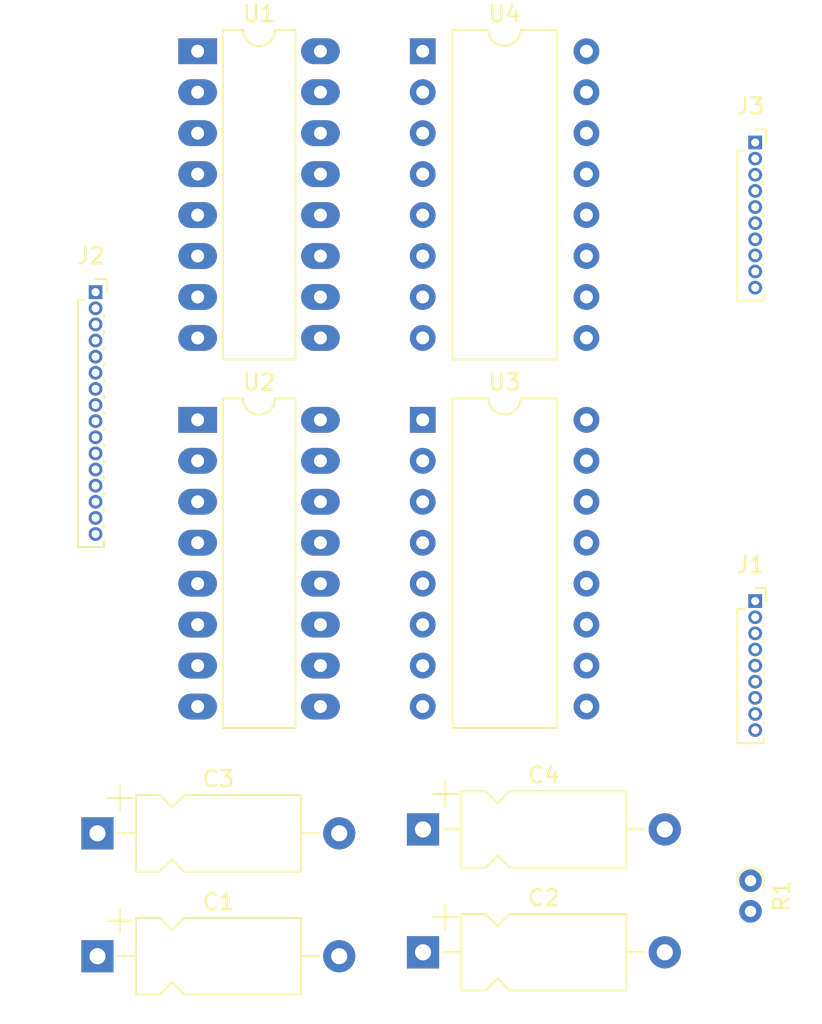
<source format=kicad_pcb>
(kicad_pcb (version 20211014) (generator pcbnew)
  (layers (0 "F.Cu" signal) (31 "B.Cu" signal) (34 "B.Paste" user) (35 "F.Paste" user) (36 "B.SilkS" user "B.Silkscreen") (37 "F.SilkS" user "F.Silkscreen") (38 "B.Mask" user) (39 "F.Mask" user) (44 "Edge.Cuts" user))
  (net 0 "")
  (net 1 "VCC")
  (net 2 "GND")
  (net 3 "Net-(J1-Pad2)")
  (net 4 "Net-(J1-Pad3)")
  (net 5 "Net-(J1-Pad4)")
  (net 6 "Net-(J1-Pad5)")
  (net 7 "Net-(J1-Pad6)")
  (net 8 "Net-(J1-Pad7)")
  (net 9 "Net-(J1-Pad8)")
  (net 10 "Net-(J1-Pad9)")
  (net 11 "Net-(J2-Pad1)")
  (net 12 "Net-(J2-Pad2)")
  (net 13 "Net-(J2-Pad3)")
  (net 14 "Net-(J2-Pad4)")
  (net 15 "Net-(J2-Pad5)")
  (net 16 "Net-(J2-Pad6)")
  (net 17 "Net-(J2-Pad7)")
  (net 18 "Net-(J2-Pad8)")
  (net 19 "Net-(J2-Pad9)")
  (net 20 "Net-(J2-Pad10)")
  (net 21 "Net-(J2-Pad11)")
  (net 22 "Net-(J2-Pad12)")
  (net 23 "Net-(J2-Pad13)")
  (net 24 "Net-(J2-Pad14)")
  (net 25 "Net-(J2-Pad15)")
  (net 26 "Net-(J2-Pad16)")
  (net 27 "Net-(J3-Pad1)")
  (net 28 "Net-(J3-Pad2)")
  (net 29 "Net-(J3-Pad3)")
  (net 30 "Net-(J3-Pad4)")
  (net 31 "Net-(J3-Pad5)")
  (net 32 "Net-(J3-Pad6)")
  (net 33 "Net-(J3-Pad7)")
  (net 34 "Net-(J3-Pad8)")
  (net 35 "Net-(J3-Pad9)")
  (net 36 "Net-(J3-Pad10)")
  (net 37 "Net-(U1-Pad9)")
  (footprint "Capacitor_THT:CP_Axial_L10.0mm_D4.5mm_P15.00mm_Horizontal" (layer "F.Cu") (at 119.38 104.14)
    (fp_text reference "C2" (at 7.5 -3.37) (layer "F.SilkS"))
    (fp_text value "0.1uF")
    (fp_line (start 5.38 -2.37) (end 12.62 -2.37) (layer "F.SilkS") (width 0.12))
    (fp_line (start 3.88 2.37) (end 4.63 1.62) (layer "F.SilkS") (width 0.12))
    (fp_line (start 12.62 -2.37) (end 12.62 2.37) (layer "F.SilkS") (width 0.12))
    (fp_line (start 2.38 -2.37) (end 2.38 2.37) (layer "F.SilkS") (width 0.12))
    (fp_line (start 5.38 2.37) (end 12.62 2.37) (layer "F.SilkS") (width 0.12))
    (fp_line (start 1.24 0) (end 2.38 0) (layer "F.SilkS") (width 0.12))
    (fp_line (start 4.63 -1.62) (end 5.38 -2.37) (layer "F.SilkS") (width 0.12))
    (fp_line (start 2.38 2.37) (end 3.88 2.37) (layer "F.SilkS") (width 0.12))
    (fp_line (start 2.38 -2.37) (end 3.88 -2.37) (layer "F.SilkS") (width 0.12))
    (fp_line (start 1.38 -2.95) (end 1.38 -1.45) (layer "F.SilkS") (width 0.12))
    (fp_line (start 4.63 1.62) (end 5.38 2.37) (layer "F.SilkS") (width 0.12))
    (fp_line (start 0.63 -2.2) (end 2.13 -2.2) (layer "F.SilkS") (width 0.12))
    (fp_line (start 13.76 0) (end 12.62 0) (layer "F.SilkS") (width 0.12))
    (fp_line (start 3.88 -2.37) (end 4.63 -1.62) (layer "F.SilkS") (width 0.12))
    (pad "1" thru_hole rect (at 0 0) (size 2 2) (drill 1) (layers *.Cu *.Mask) (net 1 "VCC"))
    (pad "2" thru_hole oval (at 15 0) (size 2 2) (drill 1) (layers *.Cu *.Mask) (net 2 "GND"))
  )
  (footprint "Package_DIP:DIP-16_W10.16mm" (layer "F.Cu") (at 119.36 71.12)
    (fp_text reference "U3" (at 5.08 -2.33) (layer "F.SilkS"))
    (fp_text value "4051")
    (fp_line (start 8.315 -1.33) (end 6.08 -1.33) (layer "F.SilkS") (width 0.12))
    (fp_line (start 4.08 -1.33) (end 1.845 -1.33) (layer "F.SilkS") (width 0.12))
    (fp_line (start 1.845 -1.33) (end 1.845 19.11) (layer "F.SilkS") (width 0.12))
    (fp_line (start 1.845 19.11) (end 8.315 19.11) (layer "F.SilkS") (width 0.12))
    (fp_line (start 8.315 19.11) (end 8.315 -1.33) (layer "F.SilkS") (width 0.12))
    (fp_arc (start 6.08 -1.33) (mid 5.08 -0.33) (end 4.08 -1.33) (layer "F.SilkS") (width 0.12))
    (pad "1" thru_hole rect (at 0 0) (size 1.6 1.6) (drill 0.8) (layers *.Cu *.Mask) (net 31 "Net-(J3-Pad5)"))
    (pad "2" thru_hole oval (at 0 2.54) (size 1.6 1.6) (drill 0.8) (layers *.Cu *.Mask) (net 33 "Net-(J3-Pad7)"))
    (pad "3" thru_hole oval (at 0 5.08) (size 1.6 1.6) (drill 0.8) (layers *.Cu *.Mask) (net 3 "Net-(J1-Pad2)"))
    (pad "4" thru_hole oval (at 0 7.62) (size 1.6 1.6) (drill 0.8) (layers *.Cu *.Mask) (net 34 "Net-(J3-Pad8)"))
    (pad "5" thru_hole oval (at 0 10.16) (size 1.6 1.6) (drill 0.8) (layers *.Cu *.Mask) (net 32 "Net-(J3-Pad6)"))
    (pad "6" thru_hole oval (at 0 12.7) (size 1.6 1.6) (drill 0.8) (layers *.Cu *.Mask) (net 9 "Net-(J1-Pad8)"))
    (pad "7" thru_hole oval (at 0 15.24) (size 1.6 1.6) (drill 0.8) (layers *.Cu *.Mask) (net 2 "GND"))
    (pad "8" thru_hole oval (at 0 17.78) (size 1.6 1.6) (drill 0.8) (layers *.Cu *.Mask) (net 2 "GND"))
    (pad "9" thru_hole oval (at 10.16 17.78) (size 1.6 1.6) (drill 0.8) (layers *.Cu *.Mask) (net 8 "Net-(J1-Pad7)"))
    (pad "10" thru_hole oval (at 10.16 15.24) (size 1.6 1.6) (drill 0.8) (layers *.Cu *.Mask) (net 7 "Net-(J1-Pad6)"))
    (pad "11" thru_hole oval (at 10.16 12.7) (size 1.6 1.6) (drill 0.8) (layers *.Cu *.Mask) (net 6 "Net-(J1-Pad5)"))
    (pad "12" thru_hole oval (at 10.16 10.16) (size 1.6 1.6) (drill 0.8) (layers *.Cu *.Mask) (net 30 "Net-(J3-Pad4)"))
    (pad "13" thru_hole oval (at 10.16 7.62) (size 1.6 1.6) (drill 0.8) (layers *.Cu *.Mask) (net 27 "Net-(J3-Pad1)"))
    (pad "14" thru_hole oval (at 10.16 5.08) (size 1.6 1.6) (drill 0.8) (layers *.Cu *.Mask) (net 28 "Net-(J3-Pad2)"))
    (pad "15" thru_hole oval (at 10.16 2.54) (size 1.6 1.6) (drill 0.8) (layers *.Cu *.Mask) (net 29 "Net-(J3-Pad3)"))
    (pad "16" thru_hole oval (at 10.16 0) (size 1.6 1.6) (drill 0.8) (layers *.Cu *.Mask) (net 1 "VCC"))
  )
  (footprint "Connector_PinSocket_1.00mm:PinSocket_1x16_P1.00mm_Vertical" (layer "F.Cu") (at 99.06 63.2)
    (fp_text reference "J2" (at -0.29 -2.25) (layer "F.SilkS"))
    (fp_text value "DRIVE_COLS")
    (fp_line (start 0.52 12.445898) (end 0.52 12.554102) (layer "F.SilkS") (width 0.12))
    (fp_line (start 0.52 14.445898) (end 0.52 14.554102) (layer "F.SilkS") (width 0.12))
    (fp_line (start 0.52 2.445898) (end 0.52 2.554102) (layer "F.SilkS") (width 0.12))
    (fp_line (start 0.52 13.445898) (end 0.52 13.554102) (layer "F.SilkS") (width 0.12))
    (fp_line (start 0.52 8.445898) (end 0.52 8.554102) (layer "F.SilkS") (width 0.12))
    (fp_line (start 0.52 6.445898) (end 0.52 6.554102) (layer "F.SilkS") (width 0.12))
    (fp_line (start 0.52 9.445898) (end 0.52 9.554102) (layer "F.SilkS") (width 0.12))
    (fp_line (start 0.52 7.445898) (end 0.52 7.554102) (layer "F.SilkS") (width 0.12))
    (fp_line (start 0.52 1.445898) (end 0.52 1.554102) (layer "F.SilkS") (width 0.12))
    (fp_line (start 0.685 -0.81) (end 0.685 0) (layer "F.SilkS") (width 0.12))
    (fp_line (start -1.1 15.81) (end 0.52 15.81) (layer "F.SilkS") (width 0.12))
    (fp_line (start -1.1 0.5) (end -0.685 0.5) (layer "F.SilkS") (width 0.12))
    (fp_line (start 0.52 4.445898) (end 0.52 4.554102) (layer "F.SilkS") (width 0.12))
    (fp_line (start 0.52 15.445898) (end 0.52 15.81) (layer "F.SilkS") (width 0.12))
    (fp_line (start 0.52 3.445898) (end 0.52 3.554102) (layer "F.SilkS") (width 0.12))
    (fp_line (start -1.1 0.5) (end -1.1 15.81) (layer "F.SilkS") (width 0.12))
    (fp_line (start 0.52 11.445898) (end 0.52 11.554102) (layer "F.SilkS") (width 0.12))
    (fp_line (start 0.52 5.445898) (end 0.52 5.554102) (layer "F.SilkS") (width 0.12))
    (fp_line (start 0.52 10.445898) (end 0.52 10.554102) (layer "F.SilkS") (width 0.12))
    (fp_line (start 0 -0.81) (end 0.685 -0.81) (layer "F.SilkS") (width 0.12))
    (pad "1" thru_hole rect (at 0 0) (size 0.85 0.85) (drill 0.5) (layers *.Cu *.Mask) (net 11 "Net-(J2-Pad1)"))
    (pad "2" thru_hole oval (at 0 1) (size 0.85 0.85) (drill 0.5) (layers *.Cu *.Mask) (net 12 "Net-(J2-Pad2)"))
    (pad "3" thru_hole oval (at 0 2) (size 0.85 0.85) (drill 0.5) (layers *.Cu *.Mask) (net 13 "Net-(J2-Pad3)"))
    (pad "4" thru_hole oval (at 0 3) (size 0.85 0.85) (drill 0.5) (layers *.Cu *.Mask) (net 14 "Net-(J2-Pad4)"))
    (pad "5" thru_hole oval (at 0 4) (size 0.85 0.85) (drill 0.5) (layers *.Cu *.Mask) (net 15 "Net-(J2-Pad5)"))
    (pad "6" thru_hole oval (at 0 5) (size 0.85 0.85) (drill 0.5) (layers *.Cu *.Mask) (net 16 "Net-(J2-Pad6)"))
    (pad "7" thru_hole oval (at 0 6) (size 0.85 0.85) (drill 0.5) (layers *.Cu *.Mask) (net 17 "Net-(J2-Pad7)"))
    (pad "8" thru_hole oval (at 0 7) (size 0.85 0.85) (drill 0.5) (layers *.Cu *.Mask) (net 18 "Net-(J2-Pad8)"))
    (pad "9" thru_hole oval (at 0 8) (size 0.85 0.85) (drill 0.5) (layers *.Cu *.Mask) (net 19 "Net-(J2-Pad9)"))
    (pad "10" thru_hole oval (at 0 9) (size 0.85 0.85) (drill 0.5) (layers *.Cu *.Mask) (net 20 "Net-(J2-Pad10)"))
    (pad "11" thru_hole oval (at 0 10) (size 0.85 0.85) (drill 0.5) (layers *.Cu *.Mask) (net 21 "Net-(J2-Pad11)"))
    (pad "12" thru_hole oval (at 0 11) (size 0.85 0.85) (drill 0.5) (layers *.Cu *.Mask) (net 22 "Net-(J2-Pad12)"))
    (pad "13" thru_hole oval (at 0 12) (size 0.85 0.85) (drill 0.5) (layers *.Cu *.Mask) (net 23 "Net-(J2-Pad13)"))
    (pad "14" thru_hole oval (at 0 13) (size 0.85 0.85) (drill 0.5) (layers *.Cu *.Mask) (net 24 "Net-(J2-Pad14)"))
    (pad "15" thru_hole oval (at 0 14) (size 0.85 0.85) (drill 0.5) (layers *.Cu *.Mask) (net 25 "Net-(J2-Pad15)"))
    (pad "16" thru_hole oval (at 0 15) (size 0.85 0.85) (drill 0.5) (layers *.Cu *.Mask) (net 26 "Net-(J2-Pad16)"))
  )
  (footprint "Package_DIP:DIP-16_W7.62mm_LongPads" (layer "F.Cu") (at 105.395 71.12)
    (fp_text reference "U2" (at 3.81 -2.33) (layer "F.SilkS"))
    (fp_text value "74HCT595")
    (fp_line (start 2.81 -1.33) (end 1.56 -1.33) (layer "F.SilkS") (width 0.12))
    (fp_line (start 1.56 19.11) (end 6.06 19.11) (layer "F.SilkS") (width 0.12))
    (fp_line (start 6.06 -1.33) (end 4.81 -1.33) (layer "F.SilkS") (width 0.12))
    (fp_line (start 6.06 19.11) (end 6.06 -1.33) (layer "F.SilkS") (width 0.12))
    (fp_line (start 1.56 -1.33) (end 1.56 19.11) (layer "F.SilkS") (width 0.12))
    (fp_arc (start 4.81 -1.33) (mid 3.81 -0.33) (end 2.81 -1.33) (layer "F.SilkS") (width 0.12))
    (pad "1" thru_hole rect (at 0 0) (size 2.4 1.6) (drill 0.8) (layers *.Cu *.Mask) (net 20 "Net-(J2-Pad10)"))
    (pad "2" thru_hole oval (at 0 2.54) (size 2.4 1.6) (drill 0.8) (layers *.Cu *.Mask) (net 21 "Net-(J2-Pad11)"))
    (pad "3" thru_hole oval (at 0 5.08) (size 2.4 1.6) (drill 0.8) (layers *.Cu *.Mask) (net 22 "Net-(J2-Pad12)"))
    (pad "4" thru_hole oval (at 0 7.62) (size 2.4 1.6) (drill 0.8) (layers *.Cu *.Mask) (net 23 "Net-(J2-Pad13)"))
    (pad "5" thru_hole oval (at 0 10.16) (size 2.4 1.6) (drill 0.8) (layers *.Cu *.Mask) (net 24 "Net-(J2-Pad14)"))
    (pad "6" thru_hole oval (at 0 12.7) (size 2.4 1.6) (drill 0.8) (layers *.Cu *.Mask) (net 25 "Net-(J2-Pad15)"))
    (pad "7" thru_hole oval (at 0 15.24) (size 2.4 1.6) (drill 0.8) (layers *.Cu *.Mask) (net 26 "Net-(J2-Pad16)"))
    (pad "8" thru_hole oval (at 0 17.78) (size 2.4 1.6) (drill 0.8) (layers *.Cu *.Mask) (net 2 "GND"))
    (pad "9" thru_hole oval (at 7.62 17.78) (size 2.4 1.6) (drill 0.8) (layers *.Cu *.Mask))
    (pad "10" thru_hole oval (at 7.62 15.24) (size 2.4 1.6) (drill 0.8) (layers *.Cu *.Mask) (net 1 "VCC"))
    (pad "11" thru_hole oval (at 7.62 12.7) (size 2.4 1.6) (drill 0.8) (layers *.Cu *.Mask) (net 5 "Net-(J1-Pad4)"))
    (pad "12" thru_hole oval (at 7.62 10.16) (size 2.4 1.6) (drill 0.8) (layers *.Cu *.Mask) (net 5 "Net-(J1-Pad4)"))
    (pad "13" thru_hole oval (at 7.62 7.62) (size 2.4 1.6) (drill 0.8) (layers *.Cu *.Mask) (net 2 "GND"))
    (pad "14" thru_hole oval (at 7.62 5.08) (size 2.4 1.6) (drill 0.8) (layers *.Cu *.Mask) (net 37 "Net-(U1-Pad9)"))
    (pad "15" thru_hole oval (at 7.62 2.54) (size 2.4 1.6) (drill 0.8) (layers *.Cu *.Mask) (net 19 "Net-(J2-Pad9)"))
    (pad "16" thru_hole oval (at 7.62 0) (size 2.4 1.6) (drill 0.8) (layers *.Cu *.Mask) (net 1 "VCC"))
  )
  (footprint "Capacitor_THT:CP_Axial_L10.0mm_D4.5mm_P15.00mm_Horizontal" (layer "F.Cu") (at 99.18 104.3825)
    (fp_text reference "C1" (at 7.5 -3.37) (layer "F.SilkS"))
    (fp_text value "0.1uF")
    (fp_line (start 2.38 -2.37) (end 3.88 -2.37) (layer "F.SilkS") (width 0.12))
    (fp_line (start 4.63 1.62) (end 5.38 2.37) (layer "F.SilkS") (width 0.12))
    (fp_line (start 1.38 -2.95) (end 1.38 -1.45) (layer "F.SilkS") (width 0.12))
    (fp_line (start 3.88 2.37) (end 4.63 1.62) (layer "F.SilkS") (width 0.12))
    (fp_line (start 13.76 0) (end 12.62 0) (layer "F.SilkS") (width 0.12))
    (fp_line (start 1.24 0) (end 2.38 0) (layer "F.SilkS") (width 0.12))
    (fp_line (start 3.88 -2.37) (end 4.63 -1.62) (layer "F.SilkS") (width 0.12))
    (fp_line (start 2.38 -2.37) (end 2.38 2.37) (layer "F.SilkS") (width 0.12))
    (fp_line (start 5.38 2.37) (end 12.62 2.37) (layer "F.SilkS") (width 0.12))
    (fp_line (start 2.38 2.37) (end 3.88 2.37) (layer "F.SilkS") (width 0.12))
    (fp_line (start 4.63 -1.62) (end 5.38 -2.37) (layer "F.SilkS") (width 0.12))
    (fp_line (start 5.38 -2.37) (end 12.62 -2.37) (layer "F.SilkS") (width 0.12))
    (fp_line (start 12.62 -2.37) (end 12.62 2.37) (layer "F.SilkS") (width 0.12))
    (fp_line (start 0.63 -2.2) (end 2.13 -2.2) (layer "F.SilkS") (width 0.12))
    (pad "1" thru_hole rect (at 0 0) (size 2 2) (drill 1) (layers *.Cu *.Mask) (net 1 "VCC"))
    (pad "2" thru_hole oval (at 15 0) (size 2 2) (drill 1) (layers *.Cu *.Mask) (net 2 "GND"))
  )
  (footprint "Capacitor_THT:CP_Axial_L10.0mm_D4.5mm_P15.00mm_Horizontal" (layer "F.Cu") (at 119.38 96.52)
    (fp_text reference "C4" (at 7.5 -3.37) (layer "F.SilkS"))
    (fp_text value "0.1uF")
    (fp_line (start 4.63 1.62) (end 5.38 2.37) (layer "F.SilkS") (width 0.12))
    (fp_line (start 4.63 -1.62) (end 5.38 -2.37) (layer "F.SilkS") (width 0.12))
    (fp_line (start 3.88 2.37) (end 4.63 1.62) (layer "F.SilkS") (width 0.12))
    (fp_line (start 1.24 0) (end 2.38 0) (layer "F.SilkS") (width 0.12))
    (fp_line (start 5.38 2.37) (end 12.62 2.37) (layer "F.SilkS") (width 0.12))
    (fp_line (start 2.38 2.37) (end 3.88 2.37) (layer "F.SilkS") (width 0.12))
    (fp_line (start 2.38 -2.37) (end 3.88 -2.37) (layer "F.SilkS") (width 0.12))
    (fp_line (start 3.88 -2.37) (end 4.63 -1.62) (layer "F.SilkS") (width 0.12))
    (fp_line (start 2.38 -2.37) (end 2.38 2.37) (layer "F.SilkS") (width 0.12))
    (fp_line (start 0.63 -2.2) (end 2.13 -2.2) (layer "F.SilkS") (width 0.12))
    (fp_line (start 12.62 -2.37) (end 12.62 2.37) (layer "F.SilkS") (width 0.12))
    (fp_line (start 1.38 -2.95) (end 1.38 -1.45) (layer "F.SilkS") (width 0.12))
    (fp_line (start 5.38 -2.37) (end 12.62 -2.37) (layer "F.SilkS") (width 0.12))
    (fp_line (start 13.76 0) (end 12.62 0) (layer "F.SilkS") (width 0.12))
    (pad "1" thru_hole rect (at 0 0) (size 2 2) (drill 1) (layers *.Cu *.Mask) (net 1 "VCC"))
    (pad "2" thru_hole oval (at 15 0) (size 2 2) (drill 1) (layers *.Cu *.Mask) (net 2 "GND"))
  )
  (footprint "Package_DIP:DIP-16_W7.62mm_LongPads" (layer "F.Cu") (at 105.395 48.26)
    (fp_text reference "U1" (at 3.81 -2.33) (layer "F.SilkS"))
    (fp_text value "74HCT595")
    (fp_line (start 6.06 -1.33) (end 4.81 -1.33) (layer "F.SilkS") (width 0.12))
    (fp_line (start 2.81 -1.33) (end 1.56 -1.33) (layer "F.SilkS") (width 0.12))
    (fp_line (start 6.06 19.11) (end 6.06 -1.33) (layer "F.SilkS") (width 0.12))
    (fp_line (start 1.56 -1.33) (end 1.56 19.11) (layer "F.SilkS") (width 0.12))
    (fp_line (start 1.56 19.11) (end 6.06 19.11) (layer "F.SilkS") (width 0.12))
    (fp_arc (start 4.81 -1.33) (mid 3.81 -0.33) (end 2.81 -1.33) (layer "F.SilkS") (width 0.12))
    (pad "1" thru_hole rect (at 0 0) (size 2.4 1.6) (drill 0.8) (layers *.Cu *.Mask) (net 17 "Net-(J2-Pad7)"))
    (pad "2" thru_hole oval (at 0 2.54) (size 2.4 1.6) (drill 0.8) (layers *.Cu *.Mask) (net 16 "Net-(J2-Pad6)"))
    (pad "3" thru_hole oval (at 0 5.08) (size 2.4 1.6) (drill 0.8) (layers *.Cu *.Mask) (net 15 "Net-(J2-Pad5)"))
    (pad "4" thru_hole oval (at 0 7.62) (size 2.4 1.6) (drill 0.8) (layers *.Cu *.Mask) (net 14 "Net-(J2-Pad4)"))
    (pad "5" thru_hole oval (at 0 10.16) (size 2.4 1.6) (drill 0.8) (layers *.Cu *.Mask) (net 13 "Net-(J2-Pad3)"))
    (pad "6" thru_hole oval (at 0 12.7) (size 2.4 1.6) (drill 0.8) (layers *.Cu *.Mask) (net 12 "Net-(J2-Pad2)"))
    (pad "7" thru_hole oval (at 0 15.24) (size 2.4 1.6) (drill 0.8) (layers *.Cu *.Mask) (net 11 "Net-(J2-Pad1)"))
    (pad "8" thru_hole oval (at 0 17.78) (size 2.4 1.6) (drill 0.8) (layers *.Cu *.Mask) (net 2 "GND"))
    (pad "9" thru_hole oval (at 7.62 17.78) (size 2.4 1.6) (drill 0.8) (layers *.Cu *.Mask) (net 37 "Net-(U1-Pad9)"))
    (pad "10" thru_hole oval (at 7.62 15.24) (size 2.4 1.6) (drill 0.8) (layers *.Cu *.Mask) (net 1 "VCC"))
    (pad "11" thru_hole oval (at 7.62 12.7) (size 2.4 1.6) (drill 0.8) (layers *.Cu *.Mask) (net 5 "Net-(J1-Pad4)"))
    (pad "12" thru_hole oval (at 7.62 10.16) (size 2.4 1.6) (drill 0.8) (layers *.Cu *.Mask) (net 5 "Net-(J1-Pad4)"))
    (pad "13" thru_hole oval (at 7.62 7.62) (size 2.4 1.6) (drill 0.8) (layers *.Cu *.Mask) (net 2 "GND"))
    (pad "14" thru_hole oval (at 7.62 5.08) (size 2.4 1.6) (drill 0.8) (layers *.Cu *.Mask) (net 4 "Net-(J1-Pad3)"))
    (pad "15" thru_hole oval (at 7.62 2.54) (size 2.4 1.6) (drill 0.8) (layers *.Cu *.Mask) (net 18 "Net-(J2-Pad8)"))
    (pad "16" thru_hole oval (at 7.62 0) (size 2.4 1.6) (drill 0.8) (layers *.Cu *.Mask) (net 1 "VCC"))
  )
  (footprint "Capacitor_THT:CP_Axial_L10.0mm_D4.5mm_P15.00mm_Horizontal" (layer "F.Cu") (at 99.18 96.7625)
    (fp_text reference "C3" (at 7.5 -3.37) (layer "F.SilkS"))
    (fp_text value "0.1uF")
    (fp_line (start 2.38 2.37) (end 3.88 2.37) (layer "F.SilkS") (width 0.12))
    (fp_line (start 5.38 2.37) (end 12.62 2.37) (layer "F.SilkS") (width 0.12))
    (fp_line (start 3.88 -2.37) (end 4.63 -1.62) (layer "F.SilkS") (width 0.12))
    (fp_line (start 2.38 -2.37) (end 3.88 -2.37) (layer "F.SilkS") (width 0.12))
    (fp_line (start 2.38 -2.37) (end 2.38 2.37) (layer "F.SilkS") (width 0.12))
    (fp_line (start 5.38 -2.37) (end 12.62 -2.37) (layer "F.SilkS") (width 0.12))
    (fp_line (start 13.76 0) (end 12.62 0) (layer "F.SilkS") (width 0.12))
    (fp_line (start 12.62 -2.37) (end 12.62 2.37) (layer "F.SilkS") (width 0.12))
    (fp_line (start 4.63 -1.62) (end 5.38 -2.37) (layer "F.SilkS") (width 0.12))
    (fp_line (start 1.24 0) (end 2.38 0) (layer "F.SilkS") (width 0.12))
    (fp_line (start 3.88 2.37) (end 4.63 1.62) (layer "F.SilkS") (width 0.12))
    (fp_line (start 0.63 -2.2) (end 2.13 -2.2) (layer "F.SilkS") (width 0.12))
    (fp_line (start 1.38 -2.95) (end 1.38 -1.45) (layer "F.SilkS") (width 0.12))
    (fp_line (start 4.63 1.62) (end 5.38 2.37) (layer "F.SilkS") (width 0.12))
    (pad "1" thru_hole rect (at 0 0) (size 2 2) (drill 1) (layers *.Cu *.Mask) (net 1 "VCC"))
    (pad "2" thru_hole oval (at 15 0) (size 2 2) (drill 1) (layers *.Cu *.Mask) (net 2 "GND"))
  )
  (footprint "Connector_PinSocket_1.00mm:PinSocket_1x10_P1.00mm_Vertical" (layer "F.Cu") (at 139.99 53.92)
    (fp_text reference "J3" (at -0.29 -2.25) (layer "F.SilkS"))
    (fp_text value "READ_ROWS")
    (fp_line (start -1.1 0.5) (end -0.685 0.5) (layer "F.SilkS") (width 0.12))
    (fp_line (start 0 -0.81) (end 0.685 -0.81) (layer "F.SilkS") (width 0.12))
    (fp_line (start 0.52 4.445898) (end 0.52 4.554102) (layer "F.SilkS") (width 0.12))
    (fp_line (start 0.52 2.445898) (end 0.52 2.554102) (layer "F.SilkS") (width 0.12))
    (fp_line (start 0.52 3.445898) (end 0.52 3.554102) (layer "F.SilkS") (width 0.12))
    (fp_line (start 0.52 1.445898) (end 0.52 1.554102) (layer "F.SilkS") (width 0.12))
    (fp_line (start 0.52 8.445898) (end 0.52 8.554102) (layer "F.SilkS") (width 0.12))
    (fp_line (start 0.52 7.445898) (end 0.52 7.554102) (layer "F.SilkS") (width 0.12))
    (fp_line (start 0.685 -0.81) (end 0.685 0) (layer "F.SilkS") (width 0.12))
    (fp_line (start -1.1 9.81) (end 0.52 9.81) (layer "F.SilkS") (width 0.12))
    (fp_line (start -1.1 0.5) (end -1.1 9.81) (layer "F.SilkS") (width 0.12))
    (fp_line (start 0.52 5.445898) (end 0.52 5.554102) (layer "F.SilkS") (width 0.12))
    (fp_line (start 0.52 9.445898) (end 0.52 9.81) (layer "F.SilkS") (width 0.12))
    (fp_line (start 0.52 6.445898) (end 0.52 6.554102) (layer "F.SilkS") (width 0.12))
    (pad "1" thru_hole rect (at 0 0) (size 0.85 0.85) (drill 0.5) (layers *.Cu *.Mask) (net 27 "Net-(J3-Pad1)"))
    (pad "2" thru_hole oval (at 0 1) (size 0.85 0.85) (drill 0.5) (layers *.Cu *.Mask) (net 28 "Net-(J3-Pad2)"))
    (pad "3" thru_hole oval (at 0 2) (size 0.85 0.85) (drill 0.5) (layers *.Cu *.Mask) (net 29 "Net-(J3-Pad3)"))
    (pad "4" thru_hole oval (at 0 3) (size 0.85 0.85) (drill 0.5) (layers *.Cu *.Mask) (net 30 "Net-(J3-Pad4)"))
    (pad "5" thru_hole oval (at 0 4) (size 0.85 0.85) (drill 0.5) (layers *.Cu *.Mask) (net 31 "Net-(J3-Pad5)"))
    (pad "6" thru_hole oval (at 0 5) (size 0.85 0.85) (drill 0.5) (layers *.Cu *.Mask) (net 32 "Net-(J3-Pad6)"))
    (pad "7" thru_hole oval (at 0 6) (size 0.85 0.85) (drill 0.5) (layers *.Cu *.Mask) (net 33 "Net-(J3-Pad7)"))
    (pad "8" thru_hole oval (at 0 7) (size 0.85 0.85) (drill 0.5) (layers *.Cu *.Mask) (net 34 "Net-(J3-Pad8)"))
    (pad "9" thru_hole oval (at 0 8) (size 0.85 0.85) (drill 0.5) (layers *.Cu *.Mask) (net 35 "Net-(J3-Pad9)"))
    (pad "10" thru_hole oval (at 0 9) (size 0.85 0.85) (drill 0.5) (layers *.Cu *.Mask) (net 36 "Net-(J3-Pad10)"))
  )
  (footprint "Package_DIP:DIP-16_W10.16mm" (layer "F.Cu") (at 119.36 48.26)
    (fp_text reference "U4" (at 5.08 -2.33) (layer "F.SilkS"))
    (fp_text value "4051")
    (fp_line (start 1.845 19.11) (end 8.315 19.11) (layer "F.SilkS") (width 0.12))
    (fp_line (start 8.315 -1.33) (end 6.08 -1.33) (layer "F.SilkS") (width 0.12))
    (fp_line (start 4.08 -1.33) (end 1.845 -1.33) (layer "F.SilkS") (width 0.12))
    (fp_line (start 8.315 19.11) (end 8.315 -1.33) (layer "F.SilkS") (width 0.12))
    (fp_line (start 1.845 -1.33) (end 1.845 19.11) (layer "F.SilkS") (width 0.12))
    (fp_arc (start 6.08 -1.33) (mid 5.08 -0.33) (end 4.08 -1.33) (layer "F.SilkS") (width 0.12))
    (pad "1" thru_hole rect (at 0 0) (size 1.6 1.6) (drill 0.8) (layers *.Cu *.Mask))
    (pad "2" thru_hole oval (at 0 2.54) (size 1.6 1.6) (drill 0.8) (layers *.Cu *.Mask))
    (pad "3" thru_hole oval (at 0 5.08) (size 1.6 1.6) (drill 0.8) (layers *.Cu *.Mask) (net 3 "Net-(J1-Pad2)"))
    (pad "4" thru_hole oval (at 0 7.62) (size 1.6 1.6) (drill 0.8) (layers *.Cu *.Mask))
    (pad "5" thru_hole oval (at 0 10.16) (size 1.6 1.6) (drill 0.8) (layers *.Cu *.Mask))
    (pad "6" thru_hole oval (at 0 12.7) (size 1.6 1.6) (drill 0.8) (layers *.Cu *.Mask) (net 10 "Net-(J1-Pad9)"))
    (pad "7" thru_hole oval (at 0 15.24) (size 1.6 1.6) (drill 0.8) (layers *.Cu *.Mask) (net 2 "GND"))
    (pad "8" thru_hole oval (at 0 17.78) (size 1.6 1.6) (drill 0.8) (layers *.Cu *.Mask) (net 2 "GND"))
    (pad "9" thru_hole oval (at 10.16 17.78) (size 1.6 1.6) (drill 0.8) (layers *.Cu *.Mask) (net 8 "Net-(J1-Pad7)"))
    (pad "10" thru_hole oval (at 10.16 15.24) (size 1.6 1.6) (drill 0.8) (layers *.Cu *.Mask) (net 7 "Net-(J1-Pad6)"))
    (pad "11" thru_hole oval (at 10.16 12.7) (size 1.6 1.6) (drill 0.8) (layers *.Cu *.Mask) (net 6 "Net-(J1-Pad5)"))
    (pad "12" thru_hole oval (at 10.16 10.16) (size 1.6 1.6) (drill 0.8) (layers *.Cu *.Mask))
    (pad "13" thru_hole oval (at 10.16 7.62) (size 1.6 1.6) (drill 0.8) (layers *.Cu *.Mask) (net 35 "Net-(J3-Pad9)"))
    (pad "14" thru_hole oval (at 10.16 5.08) (size 1.6 1.6) (drill 0.8) (layers *.Cu *.Mask) (net 36 "Net-(J3-Pad10)"))
    (pad "15" thru_hole oval (at 10.16 2.54) (size 1.6 1.6) (drill 0.8) (layers *.Cu *.Mask))
    (pad "16" thru_hole oval (at 10.16 0) (size 1.6 1.6) (drill 0.8) (layers *.Cu *.Mask) (net 1 "VCC"))
  )
  (footprint "Connector_PinSocket_1.00mm:PinSocket_1x09_P1.00mm_Vertical" (layer "F.Cu") (at 139.99 82.36)
    (fp_text reference "J1" (at -0.29 -2.25) (layer "F.SilkS"))
    (fp_text value "MCU_HEADER_PINS")
    (fp_line (start 0.52 4.445898) (end 0.52 4.554102) (layer "F.SilkS") (width 0.12))
    (fp_line (start 0.52 1.445898) (end 0.52 1.554102) (layer "F.SilkS") (width 0.12))
    (fp_line (start 0 -0.81) (end 0.685 -0.81) (layer "F.SilkS") (width 0.12))
    (fp_line (start 0.52 2.445898) (end 0.52 2.554102) (layer "F.SilkS") (width 0.12))
    (fp_line (start 0.52 5.445898) (end 0.52 5.554102) (layer "F.SilkS") (width 0.12))
    (fp_line (start -1.1 0.5) (end -1.1 8.81) (layer "F.SilkS") (width 0.12))
    (fp_line (start -1.1 8.81) (end 0.52 8.81) (layer "F.SilkS") (width 0.12))
    (fp_line (start 0.52 8.445898) (end 0.52 8.81) (layer "F.SilkS") (width 0.12))
    (fp_line (start 0.52 3.445898) (end 0.52 3.554102) (layer "F.SilkS") (width 0.12))
    (fp_line (start 0.52 6.445898) (end 0.52 6.554102) (layer "F.SilkS") (width 0.12))
    (fp_line (start -1.1 0.5) (end -0.685 0.5) (layer "F.SilkS") (width 0.12))
    (fp_line (start 0.685 -0.81) (end 0.685 0) (layer "F.SilkS") (width 0.12))
    (fp_line (start 0.52 7.445898) (end 0.52 7.554102) (layer "F.SilkS") (width 0.12))
    (pad "1" thru_hole rect (at 0 0) (size 0.85 0.85) (drill 0.5) (layers *.Cu *.Mask) (net 1 "VCC"))
    (pad "2" thru_hole oval (at 0 1) (size 0.85 0.85) (drill 0.5) (layers *.Cu *.Mask) (net 3 "Net-(J1-Pad2)"))
    (pad "3" thru_hole oval (at 0 2) (size 0.85 0.85) (drill 0.5) (layers *.Cu *.Mask) (net 4 "Net-(J1-Pad3)"))
    (pad "4" thru_hole oval (at 0 3) (size 0.85 0.85) (drill 0.5) (layers *.Cu *.Mask) (net 5 "Net-(J1-Pad4)"))
    (pad "5" thru_hole oval (at 0 4) (size 0.85 0.85) (drill 0.5) (layers *.Cu *.Mask) (net 6 "Net-(J1-Pad5)"))
    (pad "6" thru_hole oval (at 0 5) (size 0.85 0.85) (drill 0.5) (layers *.Cu *.Mask) (net 7 "Net-(J1-Pad6)"))
    (pad "7" thru_hole oval (at 0 6) (size 0.85 0.85) (drill 0.5) (layers *.Cu *.Mask) (net 8 "Net-(J1-Pad7)"))
    (pad "8" thru_hole oval (at 0 7) (size 0.85 0.85) (drill 0.5) (layers *.Cu *.Mask) (net 9 "Net-(J1-Pad8)"))
    (pad "9" thru_hole oval (at 0 8) (size 0.85 0.85) (drill 0.5) (layers *.Cu *.Mask) (net 10 "Net-(J1-Pad9)"))
  )
  (footprint "Resistor_THT:R_Axial_DIN0204_L3.6mm_D1.6mm_P1.90mm_Vertical" (layer "F.Cu") (at 139.7 99.7 -90)
    (fp_text reference "R1" (at 0.95 -1.92 90) (layer "F.SilkS"))
    (fp_text value "20k")
    (fp_arc (start 0.320095 0.749359) (mid -0.813042 -0.054435) (end 0.417133 -0.7) (layer "F.SilkS") (width 0.12))
    (pad "1" thru_hole circle (at 0 0 270) (size 1.4 1.4) (drill 0.7) (layers *.Cu *.Mask) (net 3 "Net-(J1-Pad2)"))
    (pad "2" thru_hole oval (at 1.9 0 270) (size 1.4 1.4) (drill 0.7) (layers *.Cu *.Mask) (net 2 "GND"))
  )
)
</source>
